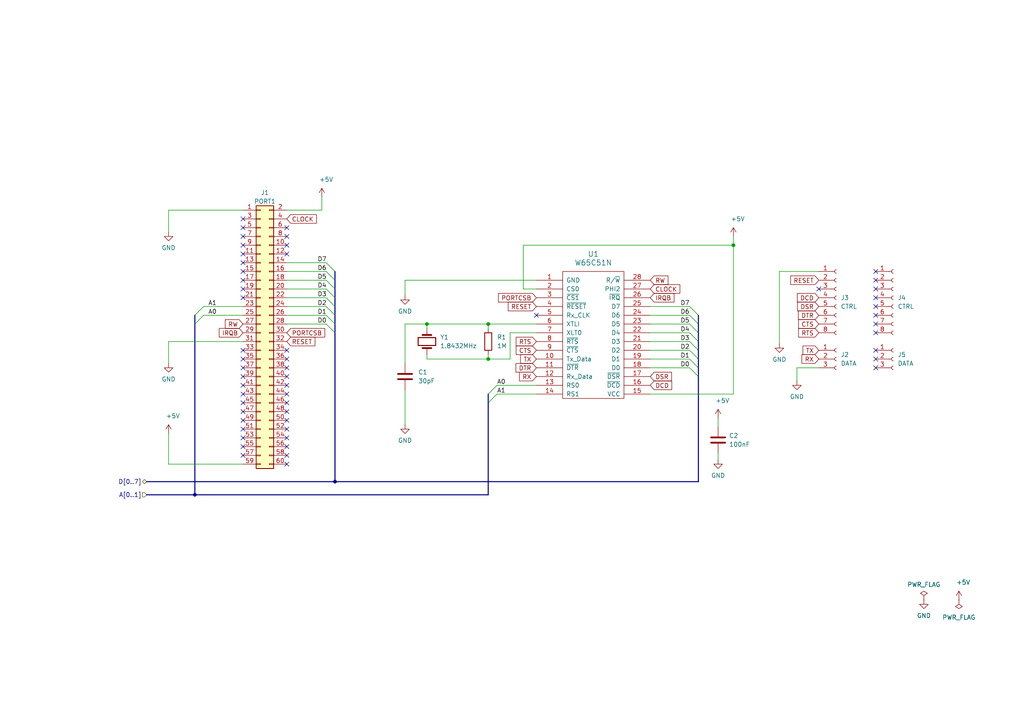
<source format=kicad_sch>
(kicad_sch (version 20230121) (generator eeschema)
  (paper "A4")
  (lib_symbols
    (symbol "65xx:W65C51N" (pin_names (offset 1.016))
      (property "Reference" "U" (at 0 -21.59 0))
      (property "Value" "W65C51N" (at 1.27 0 90))
      (symbol "W65C51N_0_1"
        (rectangle (start -8.89 17.78) (end 8.89 -19.05))
      )
      (symbol "W65C51N_1_1"
        (pin power_in line (at -16.51 15.24 0) (length 7.62) (name "GND") (number "1"))
        (pin input line (at -16.51 -7.62 0) (length 7.62) (name "Tx_Data") (number "10"))
        (pin input line (at -16.51 -10.16 0) (length 7.62) (name "~{DTR}") (number "11"))
        (pin input line (at -16.51 -12.7 0) (length 7.62) (name "Rx_Data") (number "12"))
        (pin input line (at -16.51 -15.24 0) (length 7.62) (name "RS0") (number "13"))
        (pin input line (at -16.51 -17.78 0) (length 7.62) (name "RS1") (number "14"))
        (pin power_in line (at 16.51 -17.78 180) (length 7.62) (name "VCC") (number "15"))
        (pin input line (at 16.51 -15.24 180) (length 7.62) (name "~{DCD}") (number "16"))
        (pin input line (at 16.51 -12.7 180) (length 7.62) (name "~{DSR}") (number "17"))
        (pin bidirectional line (at 16.51 -10.16 180) (length 7.62) (name "D0") (number "18"))
        (pin bidirectional line (at 16.51 -7.62 180) (length 7.62) (name "D1") (number "19"))
        (pin input line (at -16.51 12.7 0) (length 7.62) (name "CS0") (number "2"))
        (pin bidirectional line (at 16.51 -5.08 180) (length 7.62) (name "D2") (number "20"))
        (pin bidirectional line (at 16.51 -2.54 180) (length 7.62) (name "D3") (number "21"))
        (pin bidirectional line (at 16.51 0 180) (length 7.62) (name "D4") (number "22"))
        (pin bidirectional line (at 16.51 2.54 180) (length 7.62) (name "D5") (number "23"))
        (pin bidirectional line (at 16.51 5.08 180) (length 7.62) (name "D6") (number "24"))
        (pin bidirectional line (at 16.51 7.62 180) (length 7.62) (name "D7") (number "25"))
        (pin output line (at 16.51 10.16 180) (length 7.62) (name "~{IRQ}") (number "26"))
        (pin input line (at 16.51 12.7 180) (length 7.62) (name "PHI2") (number "27"))
        (pin input line (at 16.51 15.24 180) (length 7.62) (name "R/~{W}") (number "28"))
        (pin input line (at -16.51 10.16 0) (length 7.62) (name "~{CS1}") (number "3"))
        (pin input line (at -16.51 7.62 0) (length 7.62) (name "~{RESET}") (number "4"))
        (pin input line (at -16.51 5.08 0) (length 7.62) (name "Rx_CLK") (number "5"))
        (pin input line (at -16.51 2.54 0) (length 7.62) (name "XTLI") (number "6"))
        (pin input line (at -16.51 0 0) (length 7.62) (name "XLT0") (number "7"))
        (pin input line (at -16.51 -2.54 0) (length 7.62) (name "~{RTS}") (number "8"))
        (pin input line (at -16.51 -5.08 0) (length 7.62) (name "~{CTS}") (number "9"))
      )
    )
    (symbol "Connector:Conn_01x03_Socket" (pin_names (offset 1.016) hide)
      (property "Reference" "J" (at 0 5.08 0))
      (property "Value" "Conn_01x03_Socket" (at 0 -5.08 0))
      (symbol "Conn_01x03_Socket_1_1"
        (arc (start 0 -2.032) (mid -0.5058 -2.54) (end 0 -3.048) (stroke (width 0.1524)))
        (polyline (pts (xy -1.27 -2.54) (xy -0.508 -2.54)) (stroke (width 0.1524)))
        (polyline (pts (xy -1.27 0) (xy -0.508 0)) (stroke (width 0.1524)))
        (polyline (pts (xy -1.27 2.54) (xy -0.508 2.54)) (stroke (width 0.1524)))
        (arc (start 0 0.508) (mid -0.5058 0) (end 0 -0.508) (stroke (width 0.1524)))
        (arc (start 0 3.048) (mid -0.5058 2.54) (end 0 2.032) (stroke (width 0.1524)))
        (pin passive line (at -5.08 2.54 0) (length 3.81) (name "Pin_1") (number "1"))
        (pin passive line (at -5.08 0 0) (length 3.81) (name "Pin_2") (number "2"))
        (pin passive line (at -5.08 -2.54 0) (length 3.81) (name "Pin_3") (number "3"))
      )
    )
    (symbol "Connector:Conn_01x08_Socket" (pin_names (offset 1.016) hide)
      (property "Reference" "J" (at 0 10.16 0))
      (property "Value" "Conn_01x08_Socket" (at 0 -12.7 0))
      (symbol "Conn_01x08_Socket_1_1"
        (arc (start 0 -9.652) (mid -0.5058 -10.16) (end 0 -10.668) (stroke (width 0.1524)))
        (arc (start 0 -7.112) (mid -0.5058 -7.62) (end 0 -8.128) (stroke (width 0.1524)))
        (arc (start 0 -4.572) (mid -0.5058 -5.08) (end 0 -5.588) (stroke (width 0.1524)))
        (arc (start 0 -2.032) (mid -0.5058 -2.54) (end 0 -3.048) (stroke (width 0.1524)))
        (polyline (pts (xy -1.27 -10.16) (xy -0.508 -10.16)) (stroke (width 0.1524)))
        (polyline (pts (xy -1.27 -7.62) (xy -0.508 -7.62)) (stroke (width 0.1524)))
        (polyline (pts (xy -1.27 -5.08) (xy -0.508 -5.08)) (stroke (width 0.1524)))
        (polyline (pts (xy -1.27 -2.54) (xy -0.508 -2.54)) (stroke (width 0.1524)))
        (polyline (pts (xy -1.27 0) (xy -0.508 0)) (stroke (width 0.1524)))
        (polyline (pts (xy -1.27 2.54) (xy -0.508 2.54)) (stroke (width 0.1524)))
        (polyline (pts (xy -1.27 5.08) (xy -0.508 5.08)) (stroke (width 0.1524)))
        (polyline (pts (xy -1.27 7.62) (xy -0.508 7.62)) (stroke (width 0.1524)))
        (arc (start 0 0.508) (mid -0.5058 0) (end 0 -0.508) (stroke (width 0.1524)))
        (arc (start 0 3.048) (mid -0.5058 2.54) (end 0 2.032) (stroke (width 0.1524)))
        (arc (start 0 5.588) (mid -0.5058 5.08) (end 0 4.572) (stroke (width 0.1524)))
        (arc (start 0 8.128) (mid -0.5058 7.62) (end 0 7.112) (stroke (width 0.1524)))
        (pin passive line (at -5.08 7.62 0) (length 3.81) (name "Pin_1") (number "1"))
        (pin passive line (at -5.08 5.08 0) (length 3.81) (name "Pin_2") (number "2"))
        (pin passive line (at -5.08 2.54 0) (length 3.81) (name "Pin_3") (number "3"))
        (pin passive line (at -5.08 0 0) (length 3.81) (name "Pin_4") (number "4"))
        (pin passive line (at -5.08 -2.54 0) (length 3.81) (name "Pin_5") (number "5"))
        (pin passive line (at -5.08 -5.08 0) (length 3.81) (name "Pin_6") (number "6"))
        (pin passive line (at -5.08 -7.62 0) (length 3.81) (name "Pin_7") (number "7"))
        (pin passive line (at -5.08 -10.16 0) (length 3.81) (name "Pin_8") (number "8"))
      )
    )
    (symbol "Connector_Generic:Conn_02x30_Odd_Even" (pin_names (offset 1.016) hide)
      (property "Reference" "J" (at 1.27 38.1 0))
      (property "Value" "Conn_02x30_Odd_Even" (at 1.27 -40.64 0))
      (symbol "Conn_02x30_Odd_Even_1_1"
        (rectangle (start -1.27 -37.973) (end 0 -38.227) (stroke (width 0.1524)))
        (rectangle (start -1.27 -35.433) (end 0 -35.687) (stroke (width 0.1524)))
        (rectangle (start -1.27 -32.893) (end 0 -33.147) (stroke (width 0.1524)))
        (rectangle (start -1.27 -30.353) (end 0 -30.607) (stroke (width 0.1524)))
        (rectangle (start -1.27 -27.813) (end 0 -28.067) (stroke (width 0.1524)))
        (rectangle (start -1.27 -25.273) (end 0 -25.527) (stroke (width 0.1524)))
        (rectangle (start -1.27 -22.733) (end 0 -22.987) (stroke (width 0.1524)))
        (rectangle (start -1.27 -20.193) (end 0 -20.447) (stroke (width 0.1524)))
        (rectangle (start -1.27 -17.653) (end 0 -17.907) (stroke (width 0.1524)))
        (rectangle (start -1.27 -15.113) (end 0 -15.367) (stroke (width 0.1524)))
        (rectangle (start -1.27 -12.573) (end 0 -12.827) (stroke (width 0.1524)))
        (rectangle (start -1.27 -10.033) (end 0 -10.287) (stroke (width 0.1524)))
        (rectangle (start -1.27 -7.493) (end 0 -7.747) (stroke (width 0.1524)))
        (rectangle (start -1.27 -4.953) (end 0 -5.207) (stroke (width 0.1524)))
        (rectangle (start -1.27 -2.413) (end 0 -2.667) (stroke (width 0.1524)))
        (rectangle (start -1.27 0.127) (end 0 -0.127) (stroke (width 0.1524)))
        (rectangle (start -1.27 2.667) (end 0 2.413) (stroke (width 0.1524)))
        (rectangle (start -1.27 5.207) (end 0 4.953) (stroke (width 0.1524)))
        (rectangle (start -1.27 7.747) (end 0 7.493) (stroke (width 0.1524)))
        (rectangle (start -1.27 10.287) (end 0 10.033) (stroke (width 0.1524)))
        (rectangle (start -1.27 12.827) (end 0 12.573) (stroke (width 0.1524)))
        (rectangle (start -1.27 15.367) (end 0 15.113) (stroke (width 0.1524)))
        (rectangle (start -1.27 17.907) (end 0 17.653) (stroke (width 0.1524)))
        (rectangle (start -1.27 20.447) (end 0 20.193) (stroke (width 0.1524)))
        (rectangle (start -1.27 22.987) (end 0 22.733) (stroke (width 0.1524)))
        (rectangle (start -1.27 25.527) (end 0 25.273) (stroke (width 0.1524)))
        (rectangle (start -1.27 28.067) (end 0 27.813) (stroke (width 0.1524)))
        (rectangle (start -1.27 30.607) (end 0 30.353) (stroke (width 0.1524)))
        (rectangle (start -1.27 33.147) (end 0 32.893) (stroke (width 0.1524)))
        (rectangle (start -1.27 35.687) (end 0 35.433) (stroke (width 0.1524)))
        (rectangle (start -1.27 36.83) (end 3.81 -39.37) (stroke (width 0.254)) (fill (type background)))
        (rectangle (start 3.81 -37.973) (end 2.54 -38.227) (stroke (width 0.1524)))
        (rectangle (start 3.81 -35.433) (end 2.54 -35.687) (stroke (width 0.1524)))
        (rectangle (start 3.81 -32.893) (end 2.54 -33.147) (stroke (width 0.1524)))
        (rectangle (start 3.81 -30.353) (end 2.54 -30.607) (stroke (width 0.1524)))
        (rectangle (start 3.81 -27.813) (end 2.54 -28.067) (stroke (width 0.1524)))
        (rectangle (start 3.81 -25.273) (end 2.54 -25.527) (stroke (width 0.1524)))
        (rectangle (start 3.81 -22.733) (end 2.54 -22.987) (stroke (width 0.1524)))
        (rectangle (start 3.81 -20.193) (end 2.54 -20.447) (stroke (width 0.1524)))
        (rectangle (start 3.81 -17.653) (end 2.54 -17.907) (stroke (width 0.1524)))
        (rectangle (start 3.81 -15.113) (end 2.54 -15.367) (stroke (width 0.1524)))
        (rectangle (start 3.81 -12.573) (end 2.54 -12.827) (stroke (width 0.1524)))
        (rectangle (start 3.81 -10.033) (end 2.54 -10.287) (stroke (width 0.1524)))
        (rectangle (start 3.81 -7.493) (end 2.54 -7.747) (stroke (width 0.1524)))
        (rectangle (start 3.81 -4.953) (end 2.54 -5.207) (stroke (width 0.1524)))
        (rectangle (start 3.81 -2.413) (end 2.54 -2.667) (stroke (width 0.1524)))
        (rectangle (start 3.81 0.127) (end 2.54 -0.127) (stroke (width 0.1524)))
        (rectangle (start 3.81 2.667) (end 2.54 2.413) (stroke (width 0.1524)))
        (rectangle (start 3.81 5.207) (end 2.54 4.953) (stroke (width 0.1524)))
        (rectangle (start 3.81 7.747) (end 2.54 7.493) (stroke (width 0.1524)))
        (rectangle (start 3.81 10.287) (end 2.54 10.033) (stroke (width 0.1524)))
        (rectangle (start 3.81 12.827) (end 2.54 12.573) (stroke (width 0.1524)))
        (rectangle (start 3.81 15.367) (end 2.54 15.113) (stroke (width 0.1524)))
        (rectangle (start 3.81 17.907) (end 2.54 17.653) (stroke (width 0.1524)))
        (rectangle (start 3.81 20.447) (end 2.54 20.193) (stroke (width 0.1524)))
        (rectangle (start 3.81 22.987) (end 2.54 22.733) (stroke (width 0.1524)))
        (rectangle (start 3.81 25.527) (end 2.54 25.273) (stroke (width 0.1524)))
        (rectangle (start 3.81 28.067) (end 2.54 27.813) (stroke (width 0.1524)))
        (rectangle (start 3.81 30.607) (end 2.54 30.353) (stroke (width 0.1524)))
        (rectangle (start 3.81 33.147) (end 2.54 32.893) (stroke (width 0.1524)))
        (rectangle (start 3.81 35.687) (end 2.54 35.433) (stroke (width 0.1524)))
        (pin passive line (at -5.08 35.56 0) (length 3.81) (name "Pin_1") (number "1"))
        (pin passive line (at 7.62 25.4 180) (length 3.81) (name "Pin_10") (number "10"))
        (pin passive line (at -5.08 22.86 0) (length 3.81) (name "Pin_11") (number "11"))
        (pin passive line (at 7.62 22.86 180) (length 3.81) (name "Pin_12") (number "12"))
        (pin passive line (at -5.08 20.32 0) (length 3.81) (name "Pin_13") (number "13"))
        (pin passive line (at 7.62 20.32 180) (length 3.81) (name "Pin_14") (number "14"))
        (pin passive line (at -5.08 17.78 0) (length 3.81) (name "Pin_15") (number "15"))
        (pin passive line (at 7.62 17.78 180) (length 3.81) (name "Pin_16") (number "16"))
        (pin passive line (at -5.08 15.24 0) (length 3.81) (name "Pin_17") (number "17"))
        (pin passive line (at 7.62 15.24 180) (length 3.81) (name "Pin_18") (number "18"))
        (pin passive line (at -5.08 12.7 0) (length 3.81) (name "Pin_19") (number "19"))
        (pin passive line (at 7.62 35.56 180) (length 3.81) (name "Pin_2") (number "2"))
        (pin passive line (at 7.62 12.7 180) (length 3.81) (name "Pin_20") (number "20"))
        (pin passive line (at -5.08 10.16 0) (length 3.81) (name "Pin_21") (number "21"))
        (pin passive line (at 7.62 10.16 180) (length 3.81) (name "Pin_22") (number "22"))
        (pin passive line (at -5.08 7.62 0) (length 3.81) (name "Pin_23") (number "23"))
        (pin passive line (at 7.62 7.62 180) (length 3.81) (name "Pin_24") (number "24"))
        (pin passive line (at -5.08 5.08 0) (length 3.81) (name "Pin_25") (number "25"))
        (pin passive line (at 7.62 5.08 180) (length 3.81) (name "Pin_26") (number "26"))
        (pin passive line (at -5.08 2.54 0) (length 3.81) (name "Pin_27") (number "27"))
        (pin passive line (at 7.62 2.54 180) (length 3.81) (name "Pin_28") (number "28"))
        (pin passive line (at -5.08 0 0) (length 3.81) (name "Pin_29") (number "29"))
        (pin passive line (at -5.08 33.02 0) (length 3.81) (name "Pin_3") (number "3"))
        (pin passive line (at 7.62 0 180) (length 3.81) (name "Pin_30") (number "30"))
        (pin passive line (at -5.08 -2.54 0) (length 3.81) (name "Pin_31") (number "31"))
        (pin passive line (at 7.62 -2.54 180) (length 3.81) (name "Pin_32") (number "32"))
        (pin passive line (at -5.08 -5.08 0) (length 3.81) (name "Pin_33") (number "33"))
        (pin passive line (at 7.62 -5.08 180) (length 3.81) (name "Pin_34") (number "34"))
        (pin passive line (at -5.08 -7.62 0) (length 3.81) (name "Pin_35") (number "35"))
        (pin passive line (at 7.62 -7.62 180) (length 3.81) (name "Pin_36") (number "36"))
        (pin passive line (at -5.08 -10.16 0) (length 3.81) (name "Pin_37") (number "37"))
        (pin passive line (at 7.62 -10.16 180) (length 3.81) (name "Pin_38") (number "38"))
        (pin passive line (at -5.08 -12.7 0) (length 3.81) (name "Pin_39") (number "39"))
        (pin passive line (at 7.62 33.02 180) (length 3.81) (name "Pin_4") (number "4"))
        (pin passive line (at 7.62 -12.7 180) (length 3.81) (name "Pin_40") (number "40"))
        (pin passive line (at -5.08 -15.24 0) (length 3.81) (name "Pin_41") (number "41"))
        (pin passive line (at 7.62 -15.24 180) (length 3.81) (name "Pin_42") (number "42"))
        (pin passive line (at -5.08 -17.78 0) (length 3.81) (name "Pin_43") (number "43"))
        (pin passive line (at 7.62 -17.78 180) (length 3.81) (name "Pin_44") (number "44"))
        (pin passive line (at -5.08 -20.32 0) (length 3.81) (name "Pin_45") (number "45"))
        (pin passive line (at 7.62 -20.32 180) (length 3.81) (name "Pin_46") (number "46"))
        (pin passive line (at -5.08 -22.86 0) (length 3.81) (name "Pin_47") (number "47"))
        (pin passive line (at 7.62 -22.86 180) (length 3.81) (name "Pin_48") (number "48"))
        (pin passive line (at -5.08 -25.4 0) (length 3.81) (name "Pin_49") (number "49"))
        (pin passive line (at -5.08 30.48 0) (length 3.81) (name "Pin_5") (number "5"))
        (pin passive line (at 7.62 -25.4 180) (length 3.81) (name "Pin_50") (number "50"))
        (pin passive line (at -5.08 -27.94 0) (length 3.81) (name "Pin_51") (number "51"))
        (pin passive line (at 7.62 -27.94 180) (length 3.81) (name "Pin_52") (number "52"))
        (pin passive line (at -5.08 -30.48 0) (length 3.81) (name "Pin_53") (number "53"))
        (pin passive line (at 7.62 -30.48 180) (length 3.81) (name "Pin_54") (number "54"))
        (pin passive line (at -5.08 -33.02 0) (length 3.81) (name "Pin_55") (number "55"))
        (pin passive line (at 7.62 -33.02 180) (length 3.81) (name "Pin_56") (number "56"))
        (pin passive line (at -5.08 -35.56 0) (length 3.81) (name "Pin_57") (number "57"))
        (pin passive line (at 7.62 -35.56 180) (length 3.81) (name "Pin_58") (number "58"))
        (pin passive line (at -5.08 -38.1 0) (length 3.81) (name "Pin_59") (number "59"))
        (pin passive line (at 7.62 30.48 180) (length 3.81) (name "Pin_6") (number "6"))
        (pin passive line (at 7.62 -38.1 180) (length 3.81) (name "Pin_60") (number "60"))
        (pin passive line (at -5.08 27.94 0) (length 3.81) (name "Pin_7") (number "7"))
        (pin passive line (at 7.62 27.94 180) (length 3.81) (name "Pin_8") (number "8"))
        (pin passive line (at -5.08 25.4 0) (length 3.81) (name "Pin_9") (number "9"))
      )
    )
    (symbol "Device:C" (pin_numbers hide) (pin_names (offset 0.254))
      (property "Reference" "C" (at 0.635 2.54 0))
      (property "Value" "C" (at 0.635 -2.54 0))
      (symbol "C_0_1"
        (polyline (pts (xy -2.032 -0.762) (xy 2.032 -0.762)) (stroke (width 0.508)))
        (polyline (pts (xy -2.032 0.762) (xy 2.032 0.762)) (stroke (width 0.508)))
      )
      (symbol "C_1_1"
        (pin passive line (at 0 3.81 270) (length 2.794) (name "~") (number "1"))
        (pin passive line (at 0 -3.81 90) (length 2.794) (name "~") (number "2"))
      )
    )
    (symbol "Device:Crystal" (pin_numbers hide) (pin_names (offset 1.016) hide)
      (property "Reference" "Y" (at 0 3.81 0))
      (property "Value" "Crystal" (at 0 -3.81 0))
      (symbol "Crystal_0_1"
        (rectangle (start -1.143 2.54) (end 1.143 -2.54) (stroke (width 0.3048)))
        (polyline (pts (xy -2.54 0) (xy -1.905 0)))
        (polyline (pts (xy -1.905 -1.27) (xy -1.905 1.27)) (stroke (width 0.508)))
        (polyline (pts (xy 1.905 -1.27) (xy 1.905 1.27)) (stroke (width 0.508)))
        (polyline (pts (xy 2.54 0) (xy 1.905 0)))
      )
      (symbol "Crystal_1_1"
        (pin passive line (at -3.81 0 0) (length 1.27) (name "1") (number "1"))
        (pin passive line (at 3.81 0 180) (length 1.27) (name "2") (number "2"))
      )
    )
    (symbol "Device:R" (pin_numbers hide) (pin_names (offset 0))
      (property "Reference" "R" (at 2.032 0 90))
      (property "Value" "R" (at 0 0 90))
      (symbol "R_0_1"
        (rectangle (start -1.016 -2.54) (end 1.016 2.54) (stroke (width 0.254)))
      )
      (symbol "R_1_1"
        (pin passive line (at 0 3.81 270) (length 1.27) (name "~") (number "1"))
        (pin passive line (at 0 -3.81 90) (length 1.27) (name "~") (number "2"))
      )
    )
    (symbol "power:+5V" (power) (pin_names (offset 0))
      (property "Value" "+5V" (at 0 3.556 0))
      (symbol "+5V_0_1"
        (polyline (pts (xy -0.762 1.27) (xy 0 2.54)))
        (polyline (pts (xy 0 0) (xy 0 2.54)))
        (polyline (pts (xy 0 2.54) (xy 0.762 1.27)))
      )
      (symbol "+5V_1_1"
        (pin power_in line (at 0 0 90) (length 0) hide (name "+5V") (number "1"))
      )
    )
    (symbol "power:GND" (power) (pin_names (offset 0))
      (property "Value" "GND" (at 0 -3.81 0))
      (symbol "GND_0_1"
        (polyline (pts (xy 0 0) (xy 0 -1.27) (xy 1.27 -1.27) (xy 0 -2.54) (xy -1.27 -1.27) (xy 0 -1.27)))
      )
      (symbol "GND_1_1"
        (pin power_in line (at 0 0 270) (length 0) hide (name "GND") (number "1"))
      )
    )
    (symbol "power:PWR_FLAG" (power) (pin_numbers hide) (pin_names (offset 0) hide)
      (property "Value" "PWR_FLAG" (at 0 3.81 0))
      (symbol "PWR_FLAG_0_0"
        (pin power_out line (at 0 0 90) (length 0) (name "pwr") (number "1"))
      )
      (symbol "PWR_FLAG_0_1"
        (polyline (pts (xy 0 0) (xy 0 1.27) (xy -1.016 1.905) (xy 0 2.54) (xy 1.016 1.905) (xy 0 1.27)))
      )
    )
  )
  (junction (at 141.605 104.14))
  (junction (at 123.825 93.98))
  (junction (at 97.155 139.7))
  (junction (at 141.605 93.98))
  (junction (at 212.725 71.12))
  (junction (at 56.515 143.51))
  (no_connect (at 83.185 106.68))
  (no_connect (at 70.485 106.68))
  (no_connect (at 70.485 86.36))
  (no_connect (at 83.185 111.76))
  (no_connect (at 70.485 114.3))
  (no_connect (at 237.49 83.82))
  (no_connect (at 70.485 83.82))
  (no_connect (at 83.185 119.38))
  (no_connect (at 70.485 119.38))
  (no_connect (at 254 78.74))
  (no_connect (at 70.485 111.76))
  (no_connect (at 70.485 132.08))
  (no_connect (at 254 83.82))
  (no_connect (at 83.185 132.08))
  (no_connect (at 83.185 134.62))
  (no_connect (at 70.485 78.74))
  (no_connect (at 70.485 124.46))
  (no_connect (at 254 101.6))
  (no_connect (at 254 91.44))
  (no_connect (at 83.185 124.46))
  (no_connect (at 83.185 127))
  (no_connect (at 70.485 71.12))
  (no_connect (at 83.185 101.6))
  (no_connect (at 83.185 121.92))
  (no_connect (at 70.485 121.92))
  (no_connect (at 70.485 76.2))
  (no_connect (at 254 93.98))
  (no_connect (at 70.485 129.54))
  (no_connect (at 70.485 109.22))
  (no_connect (at 254 96.52))
  (no_connect (at 254 88.9))
  (no_connect (at 254 104.14))
  (no_connect (at 83.185 66.04))
  (no_connect (at 83.185 109.22))
  (no_connect (at 83.185 68.58))
  (no_connect (at 70.485 81.28))
  (no_connect (at 83.185 129.54))
  (no_connect (at 83.185 73.66))
  (no_connect (at 70.485 66.04))
  (no_connect (at 70.485 73.66))
  (no_connect (at 83.185 71.12))
  (no_connect (at 83.185 114.3))
  (no_connect (at 254 86.36))
  (no_connect (at 155.575 91.44))
  (no_connect (at 70.485 101.6))
  (no_connect (at 254 106.68))
  (no_connect (at 70.485 68.58))
  (no_connect (at 70.485 104.14))
  (no_connect (at 70.485 116.84))
  (no_connect (at 70.485 127))
  (no_connect (at 70.485 63.5))
  (no_connect (at 83.185 104.14))
  (no_connect (at 83.185 116.84))
  (no_connect (at 254 81.28))
  (bus_entry (at 200.025 96.52) (size 2.54 2.54))
  (bus_entry (at 97.155 83.82) (size -2.54 -2.54) (stroke (width 0.1524)))
  (bus_entry (at 97.155 86.36) (size -2.54 -2.54) (stroke (width 0.1524)))
  (bus_entry (at 200.025 88.9) (size 2.54 2.54))
  (bus_entry (at 56.515 91.44) (size 2.54 -2.54) (stroke (width 0.1524)))
  (bus_entry (at 97.155 93.98) (size -2.54 -2.54) (stroke (width 0.1524)))
  (bus_entry (at 200.025 106.68) (size 2.54 2.54))
  (bus_entry (at 97.155 96.52) (size -2.54 -2.54) (stroke (width 0.1524)))
  (bus_entry (at 200.025 101.6) (size 2.54 2.54))
  (bus_entry (at 141.605 116.84) (size 2.54 -2.54))
  (bus_entry (at 56.515 93.98) (size 2.54 -2.54) (stroke (width 0.1524)))
  (bus_entry (at 141.605 114.3) (size 2.54 -2.54))
  (bus_entry (at 97.155 88.9) (size -2.54 -2.54) (stroke (width 0.1524)))
  (bus_entry (at 97.155 78.74) (size -2.54 -2.54) (stroke (width 0.1524)))
  (bus_entry (at 97.155 81.28) (size -2.54 -2.54) (stroke (width 0.1524)))
  (bus_entry (at 97.155 91.44) (size -2.54 -2.54) (stroke (width 0.1524)))
  (bus_entry (at 200.025 93.98) (size 2.54 2.54))
  (bus_entry (at 200.025 104.14) (size 2.54 2.54))
  (bus_entry (at 200.025 91.44) (size 2.54 2.54))
  (bus_entry (at 200.025 99.06) (size 2.54 2.54))
  (wire (pts (xy 144.145 111.76) (xy 155.575 111.76)))
  (wire (pts (xy 83.185 86.36) (xy 94.615 86.36)))
  (bus (pts (xy 202.565 93.98) (xy 202.565 96.52)))
  (wire (pts (xy 123.825 104.14) (xy 141.605 104.14)))
  (wire (pts (xy 123.825 93.98) (xy 117.475 93.98)))
  (wire (pts (xy 123.825 102.87) (xy 123.825 104.14)))
  (wire (pts (xy 83.185 83.82) (xy 94.615 83.82)))
  (wire (pts (xy 83.185 76.2) (xy 94.615 76.2)))
  (bus (pts (xy 202.565 106.68) (xy 202.565 109.22)))
  (wire (pts (xy 83.185 60.96) (xy 93.345 60.96)))
  (wire (pts (xy 226.06 78.74) (xy 226.06 99.695)))
  (wire (pts (xy 188.595 114.3) (xy 212.725 114.3)))
  (wire (pts (xy 117.475 81.28) (xy 155.575 81.28)))
  (wire (pts (xy 141.605 102.87) (xy 141.605 104.14)))
  (wire (pts (xy 141.605 104.14) (xy 147.955 104.14)))
  (wire (pts (xy 208.28 121.285) (xy 208.28 123.825)))
  (wire (pts (xy 93.345 60.96) (xy 93.345 57.15)))
  (wire (pts (xy 144.145 114.3) (xy 155.575 114.3)))
  (wire (pts (xy 141.605 93.98) (xy 123.825 93.98)))
  (wire (pts (xy 141.605 93.98) (xy 141.605 95.25)))
  (wire (pts (xy 141.605 93.98) (xy 155.575 93.98)))
  (wire (pts (xy 188.595 96.52) (xy 200.025 96.52)))
  (wire (pts (xy 188.595 101.6) (xy 200.025 101.6)))
  (wire (pts (xy 188.595 91.44) (xy 200.025 91.44)))
  (wire (pts (xy 117.475 93.98) (xy 117.475 105.41)))
  (wire (pts (xy 83.185 81.28) (xy 94.615 81.28)))
  (bus (pts (xy 202.565 96.52) (xy 202.565 99.06)))
  (bus (pts (xy 141.605 143.51) (xy 56.515 143.51)))
  (wire (pts (xy 48.895 99.06) (xy 48.895 105.41)))
  (bus (pts (xy 97.155 96.52) (xy 97.155 139.7)))
  (wire (pts (xy 70.485 99.06) (xy 48.895 99.06)))
  (wire (pts (xy 147.955 96.52) (xy 155.575 96.52)))
  (wire (pts (xy 226.06 78.74) (xy 237.49 78.74)))
  (bus (pts (xy 97.155 88.9) (xy 97.155 86.36)))
  (wire (pts (xy 59.055 88.9) (xy 70.485 88.9)))
  (wire (pts (xy 117.475 81.28) (xy 117.475 85.725)))
  (wire (pts (xy 83.185 91.44) (xy 94.615 91.44)))
  (bus (pts (xy 42.545 139.7) (xy 97.155 139.7)))
  (bus (pts (xy 56.515 93.98) (xy 56.515 143.51)))
  (bus (pts (xy 97.155 78.74) (xy 97.155 81.28)))
  (wire (pts (xy 48.895 134.62) (xy 70.485 134.62)))
  (wire (pts (xy 83.185 93.98) (xy 94.615 93.98)))
  (bus (pts (xy 97.155 83.82) (xy 97.155 86.36)))
  (wire (pts (xy 188.595 99.06) (xy 200.025 99.06)))
  (wire (pts (xy 208.28 131.445) (xy 208.28 133.35)))
  (bus (pts (xy 42.545 143.51) (xy 56.515 143.51)))
  (wire (pts (xy 48.895 125.73) (xy 48.895 134.62)))
  (wire (pts (xy 59.055 91.44) (xy 70.485 91.44)))
  (wire (pts (xy 48.895 60.96) (xy 70.485 60.96)))
  (wire (pts (xy 155.575 83.82) (xy 151.765 83.82)))
  (wire (pts (xy 83.185 88.9) (xy 94.615 88.9)))
  (bus (pts (xy 56.515 91.44) (xy 56.515 93.98)))
  (wire (pts (xy 188.595 88.9) (xy 200.025 88.9)))
  (bus (pts (xy 141.605 114.3) (xy 141.605 116.84)))
  (wire (pts (xy 231.14 106.68) (xy 231.14 110.49)))
  (wire (pts (xy 188.595 93.98) (xy 200.025 93.98)))
  (bus (pts (xy 97.155 88.9) (xy 97.155 91.44)))
  (wire (pts (xy 83.185 78.74) (xy 94.615 78.74)))
  (wire (pts (xy 147.955 96.52) (xy 147.955 104.14)))
  (bus (pts (xy 202.565 91.44) (xy 202.565 93.98)))
  (bus (pts (xy 202.565 104.14) (xy 202.565 106.68)))
  (bus (pts (xy 202.565 109.22) (xy 202.565 139.7)))
  (wire (pts (xy 123.825 93.98) (xy 123.825 95.25)))
  (wire (pts (xy 48.895 60.96) (xy 48.895 67.31)))
  (bus (pts (xy 202.565 99.06) (xy 202.565 101.6)))
  (wire (pts (xy 117.475 113.03) (xy 117.475 123.19)))
  (bus (pts (xy 141.605 116.84) (xy 141.605 143.51)))
  (wire (pts (xy 188.595 104.14) (xy 200.025 104.14)))
  (wire (pts (xy 151.765 83.82) (xy 151.765 71.12)))
  (wire (pts (xy 151.765 71.12) (xy 212.725 71.12)))
  (wire (pts (xy 212.725 68.58) (xy 212.725 71.12)))
  (wire (pts (xy 188.595 106.68) (xy 200.025 106.68)))
  (bus (pts (xy 97.155 91.44) (xy 97.155 93.98)))
  (bus (pts (xy 97.155 93.98) (xy 97.155 96.52)))
  (bus (pts (xy 202.565 101.6) (xy 202.565 104.14)))
  (bus (pts (xy 202.565 139.7) (xy 97.155 139.7)))
  (wire (pts (xy 212.725 71.12) (xy 212.725 114.3)))
  (wire (pts (xy 237.49 106.68) (xy 231.14 106.68)))
  (bus (pts (xy 97.155 81.28) (xy 97.155 83.82)))
  (label "A1" (at 62.865 88.9 180))
  (label "D0" (at 92.075 93.98 0))
  (label "D2" (at 92.075 88.9 0))
  (label "D5" (at 92.075 81.28 0))
  (label "D3" (at 200.025 99.06 180))
  (label "A1" (at 144.145 114.3 0))
  (label "D3" (at 92.075 86.36 0))
  (label "D1" (at 92.075 91.44 0))
  (label "D4" (at 200.025 96.52 180))
  (label "A0" (at 62.865 91.44 180))
  (label "D2" (at 200.025 101.6 180))
  (label "D6" (at 200.025 91.44 180))
  (label "A0" (at 144.145 111.76 0))
  (label "D0" (at 200.025 106.68 180))
  (label "D5" (at 200.025 93.98 180))
  (label "D6" (at 92.075 78.74 0))
  (label "D7" (at 92.075 76.2 0))
  (label "D4" (at 92.075 83.82 0))
  (label "D1" (at 200.025 104.14 180))
  (label "D7" (at 200.025 88.9 180))
  (global_label "CTS" (shape input) (at 155.575 101.6 180) (property "Intersheetrefs" "${INTERSHEET_REFS}" (effects hide)))
  (global_label "PORTCSB" (shape input) (at 83.185 96.52 0) (property "Intersheetrefs" "${INTERSHEET_REFS}" (effects hide)))
  (global_label "PORTCSB" (shape input) (at 155.575 86.36 180) (property "Intersheetrefs" "${INTERSHEET_REFS}" (effects hide)))
  (global_label "CLOCK" (shape input) (at 188.595 83.82 0) (property "Intersheetrefs" "${INTERSHEET_REFS}" (effects hide)))
  (global_label "RESET" (shape input) (at 83.185 99.06 0) (property "Intersheetrefs" "${INTERSHEET_REFS}" (effects hide)))
  (global_label "DCD" (shape input) (at 237.49 86.36 180) (property "Intersheetrefs" "${INTERSHEET_REFS}" (effects hide)))
  (global_label "DTR" (shape input) (at 237.49 91.44 180) (property "Intersheetrefs" "${INTERSHEET_REFS}" (effects hide)))
  (global_label "TX" (shape input) (at 237.49 101.6 180) (property "Intersheetrefs" "${INTERSHEET_REFS}" (effects hide)))
  (global_label "DCD" (shape input) (at 188.595 111.76 0) (property "Intersheetrefs" "${INTERSHEET_REFS}" (effects hide)))
  (global_label "RESET" (shape input) (at 155.575 88.9 180) (property "Intersheetrefs" "${INTERSHEET_REFS}" (effects hide)))
  (global_label "DSR" (shape input) (at 188.595 109.22 0) (property "Intersheetrefs" "${INTERSHEET_REFS}" (effects hide)))
  (global_label "TX" (shape input) (at 155.575 104.14 180) (property "Intersheetrefs" "${INTERSHEET_REFS}" (effects hide)))
  (global_label "RTS" (shape input) (at 155.575 99.06 180) (property "Intersheetrefs" "${INTERSHEET_REFS}" (effects hide)))
  (global_label "IRQB" (shape input) (at 70.485 96.52 180) (property "Intersheetrefs" "${INTERSHEET_REFS}" (effects hide)))
  (global_label "RX" (shape input) (at 155.575 109.22 180) (property "Intersheetrefs" "${INTERSHEET_REFS}" (effects hide)))
  (global_label "RX" (shape input) (at 237.49 104.14 180) (property "Intersheetrefs" "${INTERSHEET_REFS}" (effects hide)))
  (global_label "RESET" (shape input) (at 237.49 81.28 180) (property "Intersheetrefs" "${INTERSHEET_REFS}" (effects hide)))
  (global_label "IRQB" (shape input) (at 188.595 86.36 0) (property "Intersheetrefs" "${INTERSHEET_REFS}" (effects hide)))
  (global_label "RW" (shape input) (at 188.595 81.28 0) (property "Intersheetrefs" "${INTERSHEET_REFS}" (effects hide)))
  (global_label "RTS" (shape input) (at 237.49 96.52 180) (property "Intersheetrefs" "${INTERSHEET_REFS}" (effects hide)))
  (global_label "DSR" (shape input) (at 237.49 88.9 180) (property "Intersheetrefs" "${INTERSHEET_REFS}" (effects hide)))
  (global_label "CTS" (shape input) (at 237.49 93.98 180) (property "Intersheetrefs" "${INTERSHEET_REFS}" (effects hide)))
  (global_label "RW" (shape input) (at 70.485 93.98 180) (property "Intersheetrefs" "${INTERSHEET_REFS}" (effects hide)))
  (global_label "CLOCK" (shape input) (at 83.185 63.5 0) (property "Intersheetrefs" "${INTERSHEET_REFS}" (effects hide)))
  (global_label "DTR" (shape input) (at 155.575 106.68 180) (property "Intersheetrefs" "${INTERSHEET_REFS}" (effects hide)))
  (hierarchical_label "D[0..7]" (shape bidirectional) (at 42.545 139.7 180))
  (hierarchical_label "A[0..1]" (shape input) (at 42.545 143.51 180))
  (symbol (lib_id "power:GND") (at 117.475 85.725 0) (mirror y) (unit 1)
    (property "Reference" "#PWR09" (effects hide))
    (property "Value" "GND" (at 117.475 90.297 0))
  )
  (symbol (lib_id "Connector:Conn_01x03_Socket") (at 259.08 104.14 0) (unit 1)
    (property "Reference" "J5" (at 260.35 102.87 0) (effects (justify left)))
    (property "Value" "DATA" (at 260.35 105.41 0) (effects (justify left)))
    (property "Footprint" "Connector_PinSocket_2.54mm:PinSocket_1x03_P2.54mm_Vertical" (effects hide))
  )
  (symbol (lib_id "65xx:W65C51N") (at 172.085 96.52 0) (unit 1)
    (property "Reference" "U1" (at 172.085 73.66 0) (effects (font (size 1.524 1.524))))
    (property "Value" "W65C51N" (at 172.085 76.2 0) (effects (font (size 1.524 1.524))))
    (property "Footprint" "Package_DIP:DIP-28_W15.24mm" (effects hide))
  )
  (symbol (lib_id "power:+5V") (at 208.28 121.285 0) (unit 1)
    (property "Reference" "#PWR011" (effects hide))
    (property "Value" "+5V" (at 209.55 116.205 0))
  )
  (symbol (lib_id "power:GND") (at 267.97 173.99 0) (mirror y) (unit 1)
    (property "Reference" "#PWR012" (effects hide))
    (property "Value" "GND" (at 267.97 178.562 0))
  )
  (symbol (lib_id "Connector:Conn_01x08_Socket") (at 259.08 86.36 0) (unit 1)
    (property "Reference" "J4" (at 260.35 86.36 0) (effects (justify left)))
    (property "Value" "CTRL" (at 260.35 88.9 0) (effects (justify left)))
    (property "Footprint" "Connector_PinSocket_2.54mm:PinSocket_1x08_P2.54mm_Vertical" (effects hide))
  )
  (symbol (lib_id "power:GND") (at 231.14 110.49 0) (mirror y) (unit 1)
    (property "Reference" "#PWR07" (effects hide))
    (property "Value" "GND" (at 231.14 115.062 0))
  )
  (symbol (lib_id "power:+5V") (at 212.725 68.58 0) (unit 1)
    (property "Reference" "#PWR06" (effects hide))
    (property "Value" "+5V" (at 213.995 63.5 0))
  )
  (symbol (lib_id "power:+5V") (at 93.345 57.15 0) (unit 1)
    (property "Reference" "#PWR04" (effects hide))
    (property "Value" "+5V" (at 94.615 52.07 0))
  )
  (symbol (lib_id "power:GND") (at 117.475 123.19 0) (mirror y) (unit 1)
    (property "Reference" "#PWR05" (effects hide))
    (property "Value" "GND" (at 117.475 127.762 0))
  )
  (symbol (lib_id "power:GND") (at 226.06 99.695 0) (mirror y) (unit 1)
    (property "Reference" "#PWR08" (effects hide))
    (property "Value" "GND" (at 226.06 104.267 0))
  )
  (symbol (lib_id "Connector:Conn_01x08_Socket") (at 242.57 86.36 0) (unit 1)
    (property "Reference" "J3" (at 243.84 86.36 0) (effects (justify left)))
    (property "Value" "CTRL" (at 243.84 88.9 0) (effects (justify left)))
    (property "Footprint" "Connector_PinSocket_2.54mm:PinSocket_1x08_P2.54mm_Vertical" (effects hide))
  )
  (symbol (lib_id "power:GND") (at 48.895 105.41 0) (mirror y) (unit 1)
    (property "Reference" "#PWR02" (effects hide))
    (property "Value" "GND" (at 48.895 109.982 0))
  )
  (symbol (lib_id "Device:C") (at 117.475 109.22 0) (unit 1)
    (property "Reference" "C1" (at 121.285 107.95 0) (effects (justify left)))
    (property "Value" "30pF" (at 121.285 110.49 0) (effects (justify left)))
    (property "Footprint" "Capacitor_THT:C_Disc_D5.0mm_W2.5mm_P2.50mm" (effects hide))
  )
  (symbol (lib_id "Device:Crystal") (at 123.825 99.06 90) (unit 1)
    (property "Reference" "Y1" (at 127.635 97.79 90) (effects (justify right)))
    (property "Value" "1.8432MHz" (at 127.635 100.33 90) (effects (justify right)))
    (property "Footprint" "Crystal:Crystal_HC49-4H_Vertical" (effects hide))
  )
  (symbol (lib_id "Device:R") (at 141.605 99.06 0) (unit 1)
    (property "Reference" "R1" (at 144.145 97.79 0) (effects (justify left)))
    (property "Value" "1M" (at 144.145 100.33 0) (effects (justify left)))
    (property "Footprint" "Resistor_THT:R_Axial_DIN0207_L6.3mm_D2.5mm_P10.16mm_Horizontal" (effects hide))
  )
  (symbol (lib_id "power:+5V") (at 278.13 173.99 0) (unit 1)
    (property "Reference" "#PWR013" (effects hide))
    (property "Value" "+5V" (at 279.4 168.91 0))
  )
  (symbol (lib_id "power:PWR_FLAG") (at 267.97 173.99 0) (unit 1)
    (property "Reference" "#FLG02" (effects hide))
    (property "Value" "PWR_FLAG" (at 267.97 169.545 0))
  )
  (symbol (lib_id "power:GND") (at 208.28 133.35 0) (mirror y) (unit 1)
    (property "Reference" "#PWR010" (effects hide))
    (property "Value" "GND" (at 208.28 137.922 0))
  )
  (symbol (lib_id "power:GND") (at 48.895 67.31 0) (mirror y) (unit 1)
    (property "Reference" "#PWR01" (effects hide))
    (property "Value" "GND" (at 48.895 71.882 0))
  )
  (symbol (lib_id "Device:C") (at 208.28 127.635 0) (unit 1)
    (property "Reference" "C2" (at 211.455 126.365 0) (effects (justify left)))
    (property "Value" "100nF" (at 211.455 128.905 0) (effects (justify left)))
    (property "Footprint" "Capacitor_THT:C_Disc_D5.0mm_W2.5mm_P2.50mm" (effects hide))
  )
  (symbol (lib_id "Connector_Generic:Conn_02x30_Odd_Even") (at 75.565 96.52 0) (unit 1)
    (property "Reference" "J1" (at 76.835 55.88 0))
    (property "Value" "PORT1" (at 76.835 58.42 0))
    (property "Footprint" "Connector_NES:NES_PCBEdge" (effects hide))
  )
  (symbol (lib_id "power:PWR_FLAG") (at 278.13 173.99 180) (unit 1)
    (property "Reference" "#FLG01" (effects hide))
    (property "Value" "PWR_FLAG" (at 278.13 179.07 0))
  )
  (symbol (lib_id "Connector:Conn_01x03_Socket") (at 242.57 104.14 0) (unit 1)
    (property "Reference" "J2" (at 243.84 102.87 0) (effects (justify left)))
    (property "Value" "DATA" (at 243.84 105.41 0) (effects (justify left)))
    (property "Footprint" "Connector_PinSocket_2.54mm:PinSocket_1x03_P2.54mm_Vertical" (effects hide))
  )
  (symbol (lib_id "power:+5V") (at 48.895 125.73 0) (unit 1)
    (property "Reference" "#PWR03" (effects hide))
    (property "Value" "+5V" (at 50.165 120.65 0))
  )
)
</source>
